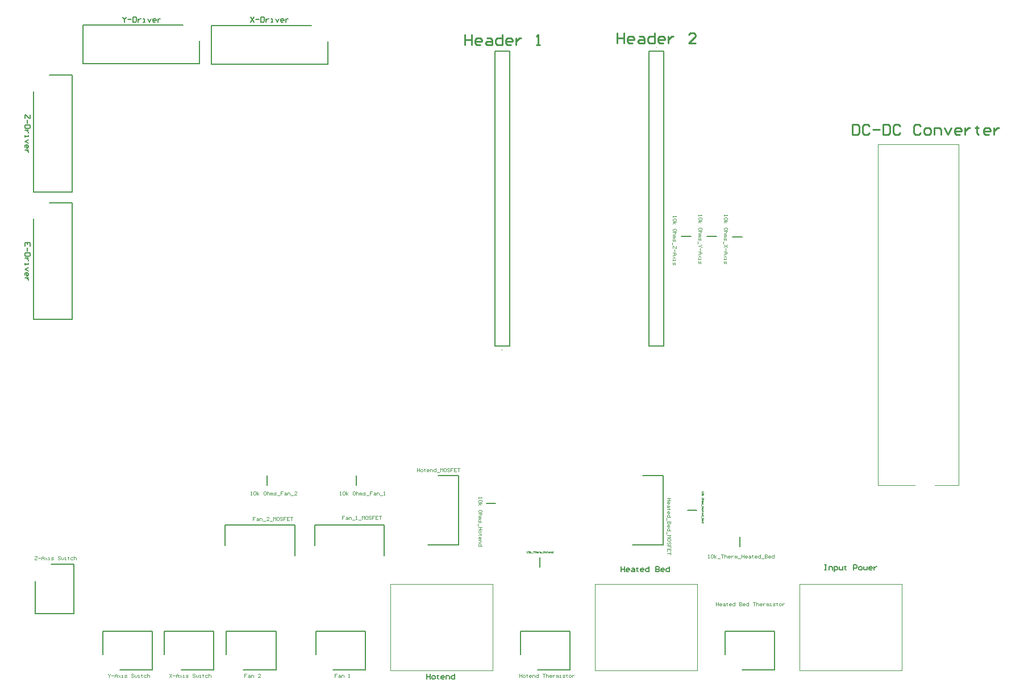
<source format=gto>
G04*
G04 #@! TF.GenerationSoftware,Altium Limited,Altium Designer,22.10.1 (41)*
G04*
G04 Layer_Color=65535*
%FSLAX44Y44*%
%MOMM*%
G71*
G04*
G04 #@! TF.SameCoordinates,1C1781D4-92CB-4499-AA76-0FF4777072F7*
G04*
G04*
G04 #@! TF.FilePolarity,Positive*
G04*
G01*
G75*
%ADD10C,0.1000*%
%ADD11C,0.2000*%
%ADD12C,0.0508*%
%ADD13C,0.1016*%
%ADD14C,0.1270*%
%ADD15C,0.2540*%
D10*
X979170Y760340D02*
G03*
X979170Y761340I0J500D01*
G01*
D02*
G03*
X979170Y760340I0J-500D01*
G01*
X1209040Y1212340D02*
G03*
X1209040Y1211340I0J-500D01*
G01*
D02*
G03*
X1209040Y1212340I0J500D01*
G01*
X1422400Y283550D02*
Y411550D01*
Y283550D02*
X1574800D01*
Y411550D01*
X1422400D02*
X1574800D01*
X812800Y283550D02*
Y411550D01*
Y283550D02*
X965200D01*
Y411550D01*
X812800D02*
X965200D01*
X1624090Y559560D02*
X1659090D01*
Y1067560D01*
X1539090D02*
X1659090D01*
X1539090Y559560D02*
Y1067560D01*
Y559560D02*
X1594090D01*
X1117600Y411550D02*
X1270000D01*
Y283550D02*
Y411550D01*
X1117600Y283550D02*
X1270000D01*
X1117600D02*
Y411550D01*
D11*
X1322690Y929640D02*
X1336690D01*
X1284590Y929880D02*
X1298590D01*
X1246490D02*
X1260490D01*
X883920Y573770D02*
X914120D01*
Y470170D02*
Y573770D01*
X868420Y470170D02*
X914120D01*
X955660Y532370D02*
X969660D01*
X1035050Y437500D02*
Y451500D01*
X1188720Y573770D02*
X1218920D01*
Y470170D02*
Y573770D01*
X1173220Y470170D02*
X1218920D01*
X1333500Y467980D02*
Y481980D01*
X1255380Y521970D02*
X1269380D01*
X628650Y559420D02*
Y573420D01*
X762240Y559420D02*
Y573420D01*
X700040Y469900D02*
Y500100D01*
X803640D01*
Y454400D02*
Y500100D01*
X566690Y469900D02*
Y500100D01*
X670290D01*
Y454400D02*
Y500100D01*
X1311040Y307340D02*
Y341340D01*
X1385040D01*
Y283840D02*
Y341340D01*
X1336440Y283840D02*
X1385040D01*
X1006240Y307340D02*
Y341340D01*
X1080240D01*
Y283840D02*
Y341340D01*
X1031640Y283840D02*
X1080240D01*
X568090Y307340D02*
Y341340D01*
X642090D01*
Y283840D02*
Y341340D01*
X593490Y283840D02*
X642090D01*
X701440Y307340D02*
Y341340D01*
X775440D01*
Y283840D02*
Y341340D01*
X726840Y283840D02*
X775440D01*
X500780D02*
X549380D01*
Y341340D01*
X475380D02*
X549380D01*
X475380Y307340D02*
Y341340D01*
X409340Y283840D02*
X457940D01*
Y341340D01*
X383940D02*
X457940D01*
X383940Y307340D02*
Y341340D01*
X283840Y367960D02*
Y416560D01*
Y367960D02*
X341340D01*
Y441960D01*
X307340D02*
X341340D01*
X304800Y980480D02*
X338800D01*
Y806480D02*
Y980480D01*
X281300Y806480D02*
X338800D01*
X281300D02*
Y955980D01*
X304800Y1170580D02*
X338800D01*
Y996580D02*
Y1170580D01*
X281300Y996580D02*
X338800D01*
X281300D02*
Y1146080D01*
X528360Y1187740D02*
Y1221740D01*
X354360Y1187740D02*
X528360D01*
X354360D02*
Y1245240D01*
X503860D01*
X719730Y1186470D02*
Y1220470D01*
X545730Y1186470D02*
X719730D01*
X545730D02*
Y1243970D01*
X695230D01*
X968170Y766340D02*
X990170D01*
X968170D02*
Y1206340D01*
X990170D01*
Y766340D02*
Y1206340D01*
X1198040D02*
X1220040D01*
Y766340D02*
Y1206340D01*
X1198040Y766340D02*
X1220040D01*
X1198040D02*
Y1206340D01*
D12*
X1015583Y458682D02*
X1016429D01*
X1016006D01*
Y461221D01*
X1015583Y460798D01*
X1017699D02*
X1018122Y461221D01*
X1018969D01*
X1019392Y460798D01*
Y459105D01*
X1018969Y458682D01*
X1018122D01*
X1017699Y459105D01*
Y460798D01*
X1020238Y458682D02*
Y461221D01*
Y459528D02*
X1021508Y460375D01*
X1020238Y459528D02*
X1021508Y458682D01*
X1022777Y458259D02*
X1024470D01*
X1025316Y461221D02*
X1027009D01*
X1026163D01*
Y458682D01*
X1027856Y461221D02*
Y458682D01*
Y459952D01*
X1029548D01*
Y461221D01*
Y458682D01*
X1031664D02*
X1030818D01*
X1030395Y459105D01*
Y459952D01*
X1030818Y460375D01*
X1031664D01*
X1032088Y459952D01*
Y459528D01*
X1030395D01*
X1032934Y460375D02*
Y458682D01*
Y459528D01*
X1033357Y459952D01*
X1033780Y460375D01*
X1034204D01*
X1035473Y458682D02*
Y460375D01*
X1035896D01*
X1036320Y459952D01*
Y458682D01*
Y459952D01*
X1036743Y460375D01*
X1037166Y459952D01*
Y458682D01*
X1038012Y458259D02*
X1039705D01*
X1040552Y461221D02*
Y458682D01*
Y459952D01*
X1042244D01*
Y461221D01*
Y458682D01*
X1043514D02*
X1044360D01*
X1044784Y459105D01*
Y459952D01*
X1044360Y460375D01*
X1043514D01*
X1043091Y459952D01*
Y459105D01*
X1043514Y458682D01*
X1046053Y460798D02*
Y460375D01*
X1045630D01*
X1046476D01*
X1046053D01*
Y459105D01*
X1046476Y458682D01*
X1049016D02*
X1048169D01*
X1047746Y459105D01*
Y459952D01*
X1048169Y460375D01*
X1049016D01*
X1049439Y459952D01*
Y459528D01*
X1047746D01*
X1050285Y458682D02*
Y460375D01*
X1051555D01*
X1051978Y459952D01*
Y458682D01*
X1054517Y461221D02*
Y458682D01*
X1053248D01*
X1052824Y459105D01*
Y459952D01*
X1053248Y460375D01*
X1054517D01*
X1276562Y550326D02*
Y549479D01*
Y549903D01*
X1279101D01*
X1278678Y550326D01*
Y548210D02*
X1279101Y547787D01*
Y546940D01*
X1278678Y546517D01*
X1276985D01*
X1276562Y546940D01*
Y547787D01*
X1276985Y548210D01*
X1278678D01*
X1276562Y545671D02*
X1279101D01*
X1277408D02*
X1278255Y544401D01*
X1277408Y545671D02*
X1276562Y544401D01*
X1279101Y539323D02*
Y540169D01*
X1278678Y540592D01*
X1276985D01*
X1276562Y540169D01*
Y539323D01*
X1276985Y538899D01*
X1278678D01*
X1279101Y539323D01*
Y538053D02*
X1276562D01*
X1277832D01*
X1278255Y537630D01*
Y536783D01*
X1277832Y536360D01*
X1276562D01*
Y535514D02*
X1278255D01*
Y535091D01*
X1277832Y534668D01*
X1276562D01*
X1277832D01*
X1278255Y534244D01*
X1277832Y533821D01*
X1276562D01*
Y532975D02*
Y531705D01*
X1276985Y531282D01*
X1277408Y531705D01*
Y532552D01*
X1277832Y532975D01*
X1278255Y532552D01*
Y531282D01*
X1276139Y530436D02*
Y528743D01*
X1279101Y527896D02*
X1276562D01*
X1277832D01*
Y526204D01*
X1279101D01*
X1276562D01*
Y524088D02*
Y524934D01*
X1276985Y525357D01*
X1277832D01*
X1278255Y524934D01*
Y524088D01*
X1277832Y523664D01*
X1277408D01*
Y525357D01*
X1278255Y522395D02*
Y521548D01*
X1277832Y521125D01*
X1276562D01*
Y522395D01*
X1276985Y522818D01*
X1277408Y522395D01*
Y521125D01*
X1278678Y519856D02*
X1278255D01*
Y520279D01*
Y519432D01*
Y519856D01*
X1276985D01*
X1276562Y519432D01*
Y516893D02*
Y517740D01*
X1276985Y518163D01*
X1277832D01*
X1278255Y517740D01*
Y516893D01*
X1277832Y516470D01*
X1277408D01*
Y518163D01*
X1279101Y513931D02*
X1276562D01*
Y515201D01*
X1276985Y515624D01*
X1277832D01*
X1278255Y515201D01*
Y513931D01*
X1276139Y513084D02*
Y511392D01*
X1279101Y510545D02*
X1276562D01*
Y509276D01*
X1276985Y508853D01*
X1277408D01*
X1277832Y509276D01*
Y510545D01*
Y509276D01*
X1278255Y508853D01*
X1278678D01*
X1279101Y509276D01*
Y510545D01*
X1276562Y506736D02*
Y507583D01*
X1276985Y508006D01*
X1277832D01*
X1278255Y507583D01*
Y506736D01*
X1277832Y506313D01*
X1277408D01*
Y508006D01*
X1279101Y503774D02*
X1276562D01*
Y505044D01*
X1276985Y505467D01*
X1277832D01*
X1278255Y505044D01*
Y503774D01*
D13*
X1285679Y451274D02*
X1287372D01*
X1286526D01*
Y456352D01*
X1285679Y455506D01*
X1289911D02*
X1290758Y456352D01*
X1292451D01*
X1293297Y455506D01*
Y452120D01*
X1292451Y451274D01*
X1290758D01*
X1289911Y452120D01*
Y455506D01*
X1294990Y451274D02*
Y456352D01*
Y452967D02*
X1297529Y454660D01*
X1294990Y452967D02*
X1297529Y451274D01*
X1300068Y450428D02*
X1303454D01*
X1305146Y456352D02*
X1308532D01*
X1306839D01*
Y451274D01*
X1310225Y456352D02*
Y451274D01*
Y453813D01*
X1311071Y454660D01*
X1312764D01*
X1313610Y453813D01*
Y451274D01*
X1317842D02*
X1316149D01*
X1315303Y452120D01*
Y453813D01*
X1316149Y454660D01*
X1317842D01*
X1318689Y453813D01*
Y452967D01*
X1315303D01*
X1320381Y454660D02*
Y451274D01*
Y452967D01*
X1321228Y453813D01*
X1322074Y454660D01*
X1322921D01*
X1325460Y451274D02*
Y454660D01*
X1326306D01*
X1327153Y453813D01*
Y451274D01*
Y453813D01*
X1327999Y454660D01*
X1328845Y453813D01*
Y451274D01*
X1330538Y450428D02*
X1333924D01*
X1335616Y456352D02*
Y451274D01*
Y453813D01*
X1339002D01*
Y456352D01*
Y451274D01*
X1343234D02*
X1341541D01*
X1340695Y452120D01*
Y453813D01*
X1341541Y454660D01*
X1343234D01*
X1344080Y453813D01*
Y452967D01*
X1340695D01*
X1346620Y454660D02*
X1348312D01*
X1349159Y453813D01*
Y451274D01*
X1346620D01*
X1345773Y452120D01*
X1346620Y452967D01*
X1349159D01*
X1351698Y455506D02*
Y454660D01*
X1350851D01*
X1352544D01*
X1351698D01*
Y452120D01*
X1352544Y451274D01*
X1357623D02*
X1355930D01*
X1355083Y452120D01*
Y453813D01*
X1355930Y454660D01*
X1357623D01*
X1358469Y453813D01*
Y452967D01*
X1355083D01*
X1363547Y456352D02*
Y451274D01*
X1361008D01*
X1360162Y452120D01*
Y453813D01*
X1361008Y454660D01*
X1363547D01*
X1365240Y450428D02*
X1368626D01*
X1370318Y456352D02*
Y451274D01*
X1372858D01*
X1373704Y452120D01*
Y452967D01*
X1372858Y453813D01*
X1370318D01*
X1372858D01*
X1373704Y454660D01*
Y455506D01*
X1372858Y456352D01*
X1370318D01*
X1377936Y451274D02*
X1376243D01*
X1375397Y452120D01*
Y453813D01*
X1376243Y454660D01*
X1377936D01*
X1378782Y453813D01*
Y452967D01*
X1375397D01*
X1383861Y456352D02*
Y451274D01*
X1381322D01*
X1380475Y452120D01*
Y453813D01*
X1381322Y454660D01*
X1383861D01*
X282797Y453389D02*
X286182D01*
Y452543D01*
X282797Y449157D01*
Y448311D01*
X286182D01*
X287875Y450850D02*
X291261D01*
X292953Y448311D02*
Y451696D01*
X294646Y453389D01*
X296339Y451696D01*
Y448311D01*
Y450850D01*
X292953D01*
X298032Y451696D02*
X301417Y448311D01*
X299725Y450004D01*
X301417Y451696D01*
X298032Y448311D01*
X303110D02*
X304803D01*
X303957D01*
Y451696D01*
X303110D01*
X307342Y448311D02*
X309881D01*
X310728Y449157D01*
X309881Y450004D01*
X308188D01*
X307342Y450850D01*
X308188Y451696D01*
X310728D01*
X320884Y452543D02*
X320038Y453389D01*
X318345D01*
X317499Y452543D01*
Y451696D01*
X318345Y450850D01*
X320038D01*
X320884Y450004D01*
Y449157D01*
X320038Y448311D01*
X318345D01*
X317499Y449157D01*
X322577Y451696D02*
Y449157D01*
X323424Y448311D01*
X324270Y449157D01*
X325116Y448311D01*
X325963Y449157D01*
Y451696D01*
X327655Y448311D02*
X329348D01*
X328502D01*
Y451696D01*
X327655D01*
X332734Y452543D02*
Y451696D01*
X331887D01*
X333580D01*
X332734D01*
Y449157D01*
X333580Y448311D01*
X339505Y451696D02*
X336966D01*
X336119Y450850D01*
Y449157D01*
X336966Y448311D01*
X339505D01*
X341198Y453389D02*
Y448311D01*
Y450850D01*
X342044Y451696D01*
X343737D01*
X344583Y450850D01*
Y448311D01*
X392017Y278129D02*
Y277283D01*
X393709Y275590D01*
X395402Y277283D01*
Y278129D01*
X393709Y275590D02*
Y273051D01*
X397095Y275590D02*
X400481D01*
X402173Y273051D02*
Y276436D01*
X403866Y278129D01*
X405559Y276436D01*
Y273051D01*
Y275590D01*
X402173D01*
X407252Y276436D02*
X410637Y273051D01*
X408945Y274744D01*
X410637Y276436D01*
X407252Y273051D01*
X412330D02*
X414023D01*
X413176D01*
Y276436D01*
X412330D01*
X416562Y273051D02*
X419101D01*
X419948Y273897D01*
X419101Y274744D01*
X417408D01*
X416562Y275590D01*
X417408Y276436D01*
X419948D01*
X430104Y277283D02*
X429258Y278129D01*
X427565D01*
X426719Y277283D01*
Y276436D01*
X427565Y275590D01*
X429258D01*
X430104Y274744D01*
Y273897D01*
X429258Y273051D01*
X427565D01*
X426719Y273897D01*
X431797Y276436D02*
Y273897D01*
X432644Y273051D01*
X433490Y273897D01*
X434336Y273051D01*
X435183Y273897D01*
Y276436D01*
X436875Y273051D02*
X438568D01*
X437722D01*
Y276436D01*
X436875D01*
X441954Y277283D02*
Y276436D01*
X441107D01*
X442800D01*
X441954D01*
Y273897D01*
X442800Y273051D01*
X448725Y276436D02*
X446186D01*
X445339Y275590D01*
Y273897D01*
X446186Y273051D01*
X448725D01*
X450418Y278129D02*
Y273051D01*
Y275590D01*
X451264Y276436D01*
X452957D01*
X453803Y275590D01*
Y273051D01*
X483457Y278129D02*
X486842Y273051D01*
Y278129D02*
X483457Y273051D01*
X488535Y275590D02*
X491921D01*
X493613Y273051D02*
Y276436D01*
X495306Y278129D01*
X496999Y276436D01*
Y273051D01*
Y275590D01*
X493613D01*
X498692Y276436D02*
X502077Y273051D01*
X500384Y274744D01*
X502077Y276436D01*
X498692Y273051D01*
X503770D02*
X505463D01*
X504617D01*
Y276436D01*
X503770D01*
X508002Y273051D02*
X510541D01*
X511388Y273897D01*
X510541Y274744D01*
X508848D01*
X508002Y275590D01*
X508848Y276436D01*
X511388D01*
X521544Y277283D02*
X520698Y278129D01*
X519005D01*
X518159Y277283D01*
Y276436D01*
X519005Y275590D01*
X520698D01*
X521544Y274744D01*
Y273897D01*
X520698Y273051D01*
X519005D01*
X518159Y273897D01*
X523237Y276436D02*
Y273897D01*
X524084Y273051D01*
X524930Y273897D01*
X525776Y273051D01*
X526623Y273897D01*
Y276436D01*
X528316Y273051D02*
X530008D01*
X529162D01*
Y276436D01*
X528316D01*
X533394Y277283D02*
Y276436D01*
X532547D01*
X534240D01*
X533394D01*
Y273897D01*
X534240Y273051D01*
X540165Y276436D02*
X537626D01*
X536779Y275590D01*
Y273897D01*
X537626Y273051D01*
X540165D01*
X541858Y278129D02*
Y273051D01*
Y275590D01*
X542704Y276436D01*
X544397D01*
X545243Y275590D01*
Y273051D01*
X1004583Y278129D02*
Y273051D01*
Y275590D01*
X1007969D01*
Y278129D01*
Y273051D01*
X1010508D02*
X1012201D01*
X1013047Y273897D01*
Y275590D01*
X1012201Y276436D01*
X1010508D01*
X1009661Y275590D01*
Y273897D01*
X1010508Y273051D01*
X1015586Y277283D02*
Y276436D01*
X1014740D01*
X1016433D01*
X1015586D01*
Y273897D01*
X1016433Y273051D01*
X1021511D02*
X1019818D01*
X1018972Y273897D01*
Y275590D01*
X1019818Y276436D01*
X1021511D01*
X1022357Y275590D01*
Y274744D01*
X1018972D01*
X1024050Y273051D02*
Y276436D01*
X1026589D01*
X1027436Y275590D01*
Y273051D01*
X1032514Y278129D02*
Y273051D01*
X1029975D01*
X1029128Y273897D01*
Y275590D01*
X1029975Y276436D01*
X1032514D01*
X1039285Y278129D02*
X1042671D01*
X1040978D01*
Y273051D01*
X1044364Y278129D02*
Y273051D01*
Y275590D01*
X1045210Y276436D01*
X1046903D01*
X1047749Y275590D01*
Y273051D01*
X1051981D02*
X1050288D01*
X1049442Y273897D01*
Y275590D01*
X1050288Y276436D01*
X1051981D01*
X1052828Y275590D01*
Y274744D01*
X1049442D01*
X1054520Y276436D02*
Y273051D01*
Y274744D01*
X1055367Y275590D01*
X1056213Y276436D01*
X1057059D01*
X1059599Y273051D02*
Y276436D01*
X1060445D01*
X1061291Y275590D01*
Y273051D01*
Y275590D01*
X1062138Y276436D01*
X1062984Y275590D01*
Y273051D01*
X1064677D02*
X1066370D01*
X1065523D01*
Y276436D01*
X1064677D01*
X1068909Y273051D02*
X1071448D01*
X1072294Y273897D01*
X1071448Y274744D01*
X1069755D01*
X1068909Y275590D01*
X1069755Y276436D01*
X1072294D01*
X1074834Y277283D02*
Y276436D01*
X1073987D01*
X1075680D01*
X1074834D01*
Y273897D01*
X1075680Y273051D01*
X1079066D02*
X1080759D01*
X1081605Y273897D01*
Y275590D01*
X1080759Y276436D01*
X1079066D01*
X1078219Y275590D01*
Y273897D01*
X1079066Y273051D01*
X1083298Y276436D02*
Y273051D01*
Y274744D01*
X1084144Y275590D01*
X1084990Y276436D01*
X1085837D01*
X852180Y584622D02*
Y579544D01*
Y582083D01*
X855566D01*
Y584622D01*
Y579544D01*
X858105D02*
X859798D01*
X860644Y580390D01*
Y582083D01*
X859798Y582930D01*
X858105D01*
X857259Y582083D01*
Y580390D01*
X858105Y579544D01*
X863183Y583776D02*
Y582930D01*
X862337D01*
X864030D01*
X863183D01*
Y580390D01*
X864030Y579544D01*
X869108D02*
X867415D01*
X866569Y580390D01*
Y582083D01*
X867415Y582930D01*
X869108D01*
X869955Y582083D01*
Y581237D01*
X866569D01*
X871647Y579544D02*
Y582930D01*
X874186D01*
X875033Y582083D01*
Y579544D01*
X880111Y584622D02*
Y579544D01*
X877572D01*
X876726Y580390D01*
Y582083D01*
X877572Y582930D01*
X880111D01*
X881804Y578698D02*
X885190D01*
X886882Y579544D02*
Y584622D01*
X888575Y582930D01*
X890268Y584622D01*
Y579544D01*
X894500Y584622D02*
X892807D01*
X891961Y583776D01*
Y580390D01*
X892807Y579544D01*
X894500D01*
X895346Y580390D01*
Y583776D01*
X894500Y584622D01*
X900425Y583776D02*
X899578Y584622D01*
X897886D01*
X897039Y583776D01*
Y582930D01*
X897886Y582083D01*
X899578D01*
X900425Y581237D01*
Y580390D01*
X899578Y579544D01*
X897886D01*
X897039Y580390D01*
X905503Y584622D02*
X902117D01*
Y582083D01*
X903810D01*
X902117D01*
Y579544D01*
X910581Y584622D02*
X907196D01*
Y579544D01*
X910581D01*
X907196Y582083D02*
X908889D01*
X912274Y584622D02*
X915660D01*
X913967D01*
Y579544D01*
X1297957Y384809D02*
Y379731D01*
Y382270D01*
X1301342D01*
Y384809D01*
Y379731D01*
X1305574D02*
X1303881D01*
X1303035Y380577D01*
Y382270D01*
X1303881Y383116D01*
X1305574D01*
X1306420Y382270D01*
Y381424D01*
X1303035D01*
X1308960Y383116D02*
X1310652D01*
X1311499Y382270D01*
Y379731D01*
X1308960D01*
X1308113Y380577D01*
X1308960Y381424D01*
X1311499D01*
X1314038Y383963D02*
Y383116D01*
X1313192D01*
X1314884D01*
X1314038D01*
Y380577D01*
X1314884Y379731D01*
X1319963D02*
X1318270D01*
X1317424Y380577D01*
Y382270D01*
X1318270Y383116D01*
X1319963D01*
X1320809Y382270D01*
Y381424D01*
X1317424D01*
X1325887Y384809D02*
Y379731D01*
X1323348D01*
X1322502Y380577D01*
Y382270D01*
X1323348Y383116D01*
X1325887D01*
X1332659Y384809D02*
Y379731D01*
X1335198D01*
X1336044Y380577D01*
Y381424D01*
X1335198Y382270D01*
X1332659D01*
X1335198D01*
X1336044Y383116D01*
Y383963D01*
X1335198Y384809D01*
X1332659D01*
X1340276Y379731D02*
X1338583D01*
X1337737Y380577D01*
Y382270D01*
X1338583Y383116D01*
X1340276D01*
X1341122Y382270D01*
Y381424D01*
X1337737D01*
X1346201Y384809D02*
Y379731D01*
X1343662D01*
X1342815Y380577D01*
Y382270D01*
X1343662Y383116D01*
X1346201D01*
X1352972Y384809D02*
X1356358D01*
X1354665D01*
Y379731D01*
X1358050Y384809D02*
Y379731D01*
Y382270D01*
X1358897Y383116D01*
X1360589D01*
X1361436Y382270D01*
Y379731D01*
X1365668D02*
X1363975D01*
X1363129Y380577D01*
Y382270D01*
X1363975Y383116D01*
X1365668D01*
X1366514Y382270D01*
Y381424D01*
X1363129D01*
X1368207Y383116D02*
Y379731D01*
Y381424D01*
X1369053Y382270D01*
X1369900Y383116D01*
X1370746D01*
X1373285Y379731D02*
Y383116D01*
X1374132D01*
X1374978Y382270D01*
Y379731D01*
Y382270D01*
X1375824Y383116D01*
X1376671Y382270D01*
Y379731D01*
X1378364D02*
X1380056D01*
X1379210D01*
Y383116D01*
X1378364D01*
X1382596Y379731D02*
X1385135D01*
X1385981Y380577D01*
X1385135Y381424D01*
X1383442D01*
X1382596Y382270D01*
X1383442Y383116D01*
X1385981D01*
X1388520Y383963D02*
Y383116D01*
X1387674D01*
X1389367D01*
X1388520D01*
Y380577D01*
X1389367Y379731D01*
X1392752D02*
X1394445D01*
X1395291Y380577D01*
Y382270D01*
X1394445Y383116D01*
X1392752D01*
X1391906Y382270D01*
Y380577D01*
X1392752Y379731D01*
X1396984Y383116D02*
Y379731D01*
Y381424D01*
X1397831Y382270D01*
X1398677Y383116D01*
X1399523D01*
X1229782Y539736D02*
X1224704D01*
X1227243D01*
Y536351D01*
X1229782D01*
X1224704D01*
Y532119D02*
Y533812D01*
X1225550Y534658D01*
X1227243D01*
X1228090Y533812D01*
Y532119D01*
X1227243Y531272D01*
X1226397D01*
Y534658D01*
X1228090Y528733D02*
Y527040D01*
X1227243Y526194D01*
X1224704D01*
Y528733D01*
X1225550Y529580D01*
X1226397Y528733D01*
Y526194D01*
X1228936Y523655D02*
X1228090D01*
Y524501D01*
Y522808D01*
Y523655D01*
X1225550D01*
X1224704Y522808D01*
Y517730D02*
Y519423D01*
X1225550Y520269D01*
X1227243D01*
X1228090Y519423D01*
Y517730D01*
X1227243Y516884D01*
X1226397D01*
Y520269D01*
X1229782Y511805D02*
X1224704D01*
Y514345D01*
X1225550Y515191D01*
X1227243D01*
X1228090Y514345D01*
Y511805D01*
X1223858Y510113D02*
Y506727D01*
X1229782Y505034D02*
X1224704D01*
Y502495D01*
X1225550Y501649D01*
X1226397D01*
X1227243Y502495D01*
Y505034D01*
Y502495D01*
X1228090Y501649D01*
X1228936D01*
X1229782Y502495D01*
Y505034D01*
X1224704Y497417D02*
Y499109D01*
X1225550Y499956D01*
X1227243D01*
X1228090Y499109D01*
Y497417D01*
X1227243Y496570D01*
X1226397D01*
Y499956D01*
X1229782Y491492D02*
X1224704D01*
Y494031D01*
X1225550Y494878D01*
X1227243D01*
X1228090Y494031D01*
Y491492D01*
X1223858Y489799D02*
Y486414D01*
X1224704Y484721D02*
X1229782D01*
X1228090Y483028D01*
X1229782Y481335D01*
X1224704D01*
X1229782Y477103D02*
Y478796D01*
X1228936Y479643D01*
X1225550D01*
X1224704Y478796D01*
Y477103D01*
X1225550Y476257D01*
X1228936D01*
X1229782Y477103D01*
X1228936Y471179D02*
X1229782Y472025D01*
Y473718D01*
X1228936Y474564D01*
X1228090D01*
X1227243Y473718D01*
Y472025D01*
X1226397Y471179D01*
X1225550D01*
X1224704Y472025D01*
Y473718D01*
X1225550Y474564D01*
X1229782Y466100D02*
Y469486D01*
X1227243D01*
Y467793D01*
Y469486D01*
X1224704D01*
X1229782Y461022D02*
Y464408D01*
X1224704D01*
Y461022D01*
X1227243Y464408D02*
Y462715D01*
X1229782Y459329D02*
Y455944D01*
Y457636D01*
X1224704D01*
X611302Y512232D02*
X607916D01*
Y509693D01*
X609609D01*
X607916D01*
Y507154D01*
X613841Y510540D02*
X615534D01*
X616380Y509693D01*
Y507154D01*
X613841D01*
X612995Y508000D01*
X613841Y508847D01*
X616380D01*
X618073Y507154D02*
Y510540D01*
X620612D01*
X621459Y509693D01*
Y507154D01*
X623151Y506308D02*
X626537D01*
X631615Y507154D02*
X628230D01*
X631615Y510540D01*
Y511386D01*
X630769Y512232D01*
X629076D01*
X628230Y511386D01*
X633308Y506308D02*
X636694D01*
X638386Y507154D02*
Y512232D01*
X640079Y510540D01*
X641772Y512232D01*
Y507154D01*
X646004Y512232D02*
X644311D01*
X643465Y511386D01*
Y508000D01*
X644311Y507154D01*
X646004D01*
X646850Y508000D01*
Y511386D01*
X646004Y512232D01*
X651929Y511386D02*
X651082Y512232D01*
X649389D01*
X648543Y511386D01*
Y510540D01*
X649389Y509693D01*
X651082D01*
X651929Y508847D01*
Y508000D01*
X651082Y507154D01*
X649389D01*
X648543Y508000D01*
X657007Y512232D02*
X653622D01*
Y509693D01*
X655314D01*
X653622D01*
Y507154D01*
X662085Y512232D02*
X658700D01*
Y507154D01*
X662085D01*
X658700Y509693D02*
X660393D01*
X663778Y512232D02*
X667164D01*
X665471D01*
Y507154D01*
X743805Y513502D02*
X740419D01*
Y510963D01*
X742112D01*
X740419D01*
Y508424D01*
X746344Y511810D02*
X748037D01*
X748883Y510963D01*
Y508424D01*
X746344D01*
X745498Y509270D01*
X746344Y510117D01*
X748883D01*
X750576Y508424D02*
Y511810D01*
X753115D01*
X753962Y510963D01*
Y508424D01*
X755655Y507578D02*
X759040D01*
X760733Y508424D02*
X762426D01*
X761579D01*
Y513502D01*
X760733Y512656D01*
X764965Y507578D02*
X768350D01*
X770043Y508424D02*
Y513502D01*
X771736Y511810D01*
X773429Y513502D01*
Y508424D01*
X777661Y513502D02*
X775968D01*
X775122Y512656D01*
Y509270D01*
X775968Y508424D01*
X777661D01*
X778507Y509270D01*
Y512656D01*
X777661Y513502D01*
X783586Y512656D02*
X782739Y513502D01*
X781046D01*
X780200Y512656D01*
Y511810D01*
X781046Y510963D01*
X782739D01*
X783586Y510117D01*
Y509270D01*
X782739Y508424D01*
X781046D01*
X780200Y509270D01*
X788664Y513502D02*
X785278D01*
Y510963D01*
X786971D01*
X785278D01*
Y508424D01*
X793742Y513502D02*
X790357D01*
Y508424D01*
X793742D01*
X790357Y510963D02*
X792049D01*
X795435Y513502D02*
X798820D01*
X797128D01*
Y508424D01*
X598596Y278129D02*
X595210D01*
Y275590D01*
X596903D01*
X595210D01*
Y273051D01*
X601135Y276436D02*
X602828D01*
X603674Y275590D01*
Y273051D01*
X601135D01*
X600289Y273897D01*
X601135Y274744D01*
X603674D01*
X605367Y273051D02*
Y276436D01*
X607906D01*
X608753Y275590D01*
Y273051D01*
X618909D02*
X615524D01*
X618909Y276436D01*
Y277283D01*
X618063Y278129D01*
X616370D01*
X615524Y277283D01*
X732793Y278129D02*
X729407D01*
Y275590D01*
X731100D01*
X729407D01*
Y273051D01*
X735332Y276436D02*
X737025D01*
X737871Y275590D01*
Y273051D01*
X735332D01*
X734485Y273897D01*
X735332Y274744D01*
X737871D01*
X739564Y273051D02*
Y276436D01*
X742103D01*
X742949Y275590D01*
Y273051D01*
X749720D02*
X751413D01*
X750567D01*
Y278129D01*
X749720Y277283D01*
X1233594Y960955D02*
Y959262D01*
Y960108D01*
X1238672D01*
X1237826Y960955D01*
Y956723D02*
X1238672Y955876D01*
Y954184D01*
X1237826Y953337D01*
X1234440D01*
X1233594Y954184D01*
Y955876D01*
X1234440Y956723D01*
X1237826D01*
X1233594Y951645D02*
X1238672D01*
X1235287D02*
X1236980Y949105D01*
X1235287Y951645D02*
X1233594Y949105D01*
X1238672Y938949D02*
Y940641D01*
X1237826Y941488D01*
X1234440D01*
X1233594Y940641D01*
Y938949D01*
X1234440Y938102D01*
X1237826D01*
X1238672Y938949D01*
Y936410D02*
X1233594D01*
X1236133D01*
X1236980Y935563D01*
Y933870D01*
X1236133Y933024D01*
X1233594D01*
Y931331D02*
X1236980D01*
Y930485D01*
X1236133Y929638D01*
X1233594D01*
X1236133D01*
X1236980Y928792D01*
X1236133Y927945D01*
X1233594D01*
Y926253D02*
Y923714D01*
X1234440Y922867D01*
X1235287Y923714D01*
Y925406D01*
X1236133Y926253D01*
X1236980Y925406D01*
Y922867D01*
X1232748Y921174D02*
Y917789D01*
X1238672Y916096D02*
Y912710D01*
X1237826D01*
X1234440Y916096D01*
X1233594D01*
Y912710D01*
X1236133Y911018D02*
Y907632D01*
X1233594Y905939D02*
X1236980D01*
X1238672Y904247D01*
X1236980Y902554D01*
X1233594D01*
X1236133D01*
Y905939D01*
X1236980Y900861D02*
X1233594Y897475D01*
X1235287Y899168D01*
X1236980Y897475D01*
X1233594Y900861D01*
Y895783D02*
Y894090D01*
Y894936D01*
X1236980D01*
Y895783D01*
X1233594Y891551D02*
Y889012D01*
X1234440Y888165D01*
X1235287Y889012D01*
Y890704D01*
X1236133Y891551D01*
X1236980Y890704D01*
Y888165D01*
X1271694Y962225D02*
Y960532D01*
Y961378D01*
X1276772D01*
X1275926Y962225D01*
Y957993D02*
X1276772Y957146D01*
Y955454D01*
X1275926Y954607D01*
X1272540D01*
X1271694Y955454D01*
Y957146D01*
X1272540Y957993D01*
X1275926D01*
X1271694Y952915D02*
X1276772D01*
X1273387D02*
X1275080Y950375D01*
X1273387Y952915D02*
X1271694Y950375D01*
X1276772Y940219D02*
Y941911D01*
X1275926Y942758D01*
X1272540D01*
X1271694Y941911D01*
Y940219D01*
X1272540Y939372D01*
X1275926D01*
X1276772Y940219D01*
Y937680D02*
X1271694D01*
X1274233D01*
X1275080Y936833D01*
Y935140D01*
X1274233Y934294D01*
X1271694D01*
Y932601D02*
X1275080D01*
Y931755D01*
X1274233Y930908D01*
X1271694D01*
X1274233D01*
X1275080Y930062D01*
X1274233Y929215D01*
X1271694D01*
Y927523D02*
Y924984D01*
X1272540Y924137D01*
X1273387Y924984D01*
Y926676D01*
X1274233Y927523D01*
X1275080Y926676D01*
Y924137D01*
X1270848Y922444D02*
Y919059D01*
X1276772Y917366D02*
X1275926D01*
X1274233Y915673D01*
X1275926Y913980D01*
X1276772D01*
X1274233Y915673D02*
X1271694D01*
X1274233Y912288D02*
Y908902D01*
X1271694Y907209D02*
X1275080D01*
X1276772Y905517D01*
X1275080Y903824D01*
X1271694D01*
X1274233D01*
Y907209D01*
X1275080Y902131D02*
X1271694Y898745D01*
X1273387Y900438D01*
X1275080Y898745D01*
X1271694Y902131D01*
Y897053D02*
Y895360D01*
Y896206D01*
X1275080D01*
Y897053D01*
X1271694Y892821D02*
Y890282D01*
X1272540Y889435D01*
X1273387Y890282D01*
Y891974D01*
X1274233Y892821D01*
X1275080Y891974D01*
Y889435D01*
X1309794Y962225D02*
Y960532D01*
Y961378D01*
X1314872D01*
X1314026Y962225D01*
Y957993D02*
X1314872Y957146D01*
Y955454D01*
X1314026Y954607D01*
X1310640D01*
X1309794Y955454D01*
Y957146D01*
X1310640Y957993D01*
X1314026D01*
X1309794Y952915D02*
X1314872D01*
X1311487D02*
X1313180Y950375D01*
X1311487Y952915D02*
X1309794Y950375D01*
X1314872Y940219D02*
Y941911D01*
X1314026Y942758D01*
X1310640D01*
X1309794Y941911D01*
Y940219D01*
X1310640Y939372D01*
X1314026D01*
X1314872Y940219D01*
Y937680D02*
X1309794D01*
X1312333D01*
X1313180Y936833D01*
Y935140D01*
X1312333Y934294D01*
X1309794D01*
Y932601D02*
X1313180D01*
Y931755D01*
X1312333Y930908D01*
X1309794D01*
X1312333D01*
X1313180Y930062D01*
X1312333Y929215D01*
X1309794D01*
Y927523D02*
Y924984D01*
X1310640Y924137D01*
X1311487Y924984D01*
Y926676D01*
X1312333Y927523D01*
X1313180Y926676D01*
Y924137D01*
X1308948Y922444D02*
Y919059D01*
X1314872Y917366D02*
X1309794Y913980D01*
X1314872D02*
X1309794Y917366D01*
X1312333Y912288D02*
Y908902D01*
X1309794Y907209D02*
X1313180D01*
X1314872Y905517D01*
X1313180Y903824D01*
X1309794D01*
X1312333D01*
Y907209D01*
X1313180Y902131D02*
X1309794Y898745D01*
X1311487Y900438D01*
X1313180Y898745D01*
X1309794Y902131D01*
Y897053D02*
Y895360D01*
Y896206D01*
X1313180D01*
Y897053D01*
X1309794Y892821D02*
Y890282D01*
X1310640Y889435D01*
X1311487Y890282D01*
Y891974D01*
X1312333Y892821D01*
X1313180Y891974D01*
Y889435D01*
X944034Y541855D02*
Y540162D01*
Y541008D01*
X949112D01*
X948266Y541855D01*
Y537623D02*
X949112Y536776D01*
Y535084D01*
X948266Y534237D01*
X944880D01*
X944034Y535084D01*
Y536776D01*
X944880Y537623D01*
X948266D01*
X944034Y532545D02*
X949112D01*
X945727D02*
X947420Y530005D01*
X945727Y532545D02*
X944034Y530005D01*
X949112Y519849D02*
Y521541D01*
X948266Y522388D01*
X944880D01*
X944034Y521541D01*
Y519849D01*
X944880Y519002D01*
X948266D01*
X949112Y519849D01*
Y517309D02*
X944034D01*
X946573D01*
X947420Y516463D01*
Y514770D01*
X946573Y513924D01*
X944034D01*
Y512231D02*
X947420D01*
Y511385D01*
X946573Y510538D01*
X944034D01*
X946573D01*
X947420Y509692D01*
X946573Y508845D01*
X944034D01*
Y507153D02*
Y504614D01*
X944880Y503767D01*
X945727Y504614D01*
Y506306D01*
X946573Y507153D01*
X947420Y506306D01*
Y503767D01*
X943188Y502074D02*
Y498689D01*
X949112Y496996D02*
X944034D01*
X946573D01*
Y493610D01*
X949112D01*
X944034D01*
Y491071D02*
Y489379D01*
X944880Y488532D01*
X946573D01*
X947420Y489379D01*
Y491071D01*
X946573Y491918D01*
X944880D01*
X944034Y491071D01*
X948266Y485993D02*
X947420D01*
Y486839D01*
Y485147D01*
Y485993D01*
X944880D01*
X944034Y485147D01*
Y480068D02*
Y481761D01*
X944880Y482607D01*
X946573D01*
X947420Y481761D01*
Y480068D01*
X946573Y479222D01*
X945727D01*
Y482607D01*
X944034Y477529D02*
X947420D01*
Y474990D01*
X946573Y474143D01*
X944034D01*
X949112Y469065D02*
X944034D01*
Y471604D01*
X944880Y472451D01*
X946573D01*
X947420Y471604D01*
Y469065D01*
X604531Y545254D02*
X606224D01*
X605378D01*
Y550332D01*
X604531Y549486D01*
X608763D02*
X609609Y550332D01*
X611302D01*
X612149Y549486D01*
Y546100D01*
X611302Y545254D01*
X609609D01*
X608763Y546100D01*
Y549486D01*
X613842Y545254D02*
Y550332D01*
Y546947D02*
X616381Y548640D01*
X613842Y546947D02*
X616381Y545254D01*
X626537Y550332D02*
X624845D01*
X623998Y549486D01*
Y546100D01*
X624845Y545254D01*
X626537D01*
X627384Y546100D01*
Y549486D01*
X626537Y550332D01*
X629076D02*
Y545254D01*
Y547793D01*
X629923Y548640D01*
X631616D01*
X632462Y547793D01*
Y545254D01*
X634155D02*
Y548640D01*
X635001D01*
X635848Y547793D01*
Y545254D01*
Y547793D01*
X636694Y548640D01*
X637540Y547793D01*
Y545254D01*
X639233D02*
X641772D01*
X642619Y546100D01*
X641772Y546947D01*
X640080D01*
X639233Y547793D01*
X640080Y548640D01*
X642619D01*
X644312Y544408D02*
X647697D01*
X652775Y550332D02*
X649390D01*
Y547793D01*
X651083D01*
X649390D01*
Y545254D01*
X655315Y548640D02*
X657007D01*
X657854Y547793D01*
Y545254D01*
X655315D01*
X654468Y546100D01*
X655315Y546947D01*
X657854D01*
X659547Y545254D02*
Y548640D01*
X662086D01*
X662932Y547793D01*
Y545254D01*
X664625Y544408D02*
X668010D01*
X673089Y545254D02*
X669703D01*
X673089Y548640D01*
Y549486D01*
X672243Y550332D01*
X670550D01*
X669703Y549486D01*
X737458Y545254D02*
X739150D01*
X738304D01*
Y550332D01*
X737458Y549486D01*
X741690D02*
X742536Y550332D01*
X744229D01*
X745075Y549486D01*
Y546100D01*
X744229Y545254D01*
X742536D01*
X741690Y546100D01*
Y549486D01*
X746768Y545254D02*
Y550332D01*
Y546947D02*
X749307Y548640D01*
X746768Y546947D02*
X749307Y545254D01*
X759464Y550332D02*
X757771D01*
X756925Y549486D01*
Y546100D01*
X757771Y545254D01*
X759464D01*
X760310Y546100D01*
Y549486D01*
X759464Y550332D01*
X762003D02*
Y545254D01*
Y547793D01*
X762849Y548640D01*
X764542D01*
X765388Y547793D01*
Y545254D01*
X767081D02*
Y548640D01*
X767928D01*
X768774Y547793D01*
Y545254D01*
Y547793D01*
X769620Y548640D01*
X770467Y547793D01*
Y545254D01*
X772160D02*
X774699D01*
X775545Y546100D01*
X774699Y546947D01*
X773006D01*
X772160Y547793D01*
X773006Y548640D01*
X775545D01*
X777238Y544408D02*
X780623D01*
X785702Y550332D02*
X782316D01*
Y547793D01*
X784009D01*
X782316D01*
Y545254D01*
X788241Y548640D02*
X789934D01*
X790780Y547793D01*
Y545254D01*
X788241D01*
X787395Y546100D01*
X788241Y546947D01*
X790780D01*
X792473Y545254D02*
Y548640D01*
X795012D01*
X795859Y547793D01*
Y545254D01*
X797551Y544408D02*
X800937D01*
X802630Y545254D02*
X804323D01*
X803476D01*
Y550332D01*
X802630Y549486D01*
D14*
X275589Y915663D02*
Y920741D01*
X267971D01*
Y915663D01*
X271780Y920741D02*
Y918202D01*
Y913123D02*
Y908045D01*
X275589Y905506D02*
X267971D01*
Y901697D01*
X269241Y900427D01*
X274319D01*
X275589Y901697D01*
Y905506D01*
X273050Y897888D02*
X267971D01*
X270510D01*
X271780Y896619D01*
X273050Y895349D01*
Y894080D01*
X267971Y890271D02*
Y887732D01*
Y889001D01*
X273050D01*
Y890271D01*
Y883923D02*
X267971Y881384D01*
X273050Y878845D01*
X267971Y872497D02*
Y875036D01*
X269241Y876305D01*
X271780D01*
X273050Y875036D01*
Y872497D01*
X271780Y871227D01*
X270510D01*
Y876305D01*
X273050Y868688D02*
X267971D01*
X270510D01*
X271780Y867418D01*
X273050Y866149D01*
Y864879D01*
X604529Y1257299D02*
X609607Y1249681D01*
Y1257299D02*
X604529Y1249681D01*
X612147Y1253490D02*
X617225D01*
X619764Y1257299D02*
Y1249681D01*
X623573D01*
X624842Y1250951D01*
Y1256029D01*
X623573Y1257299D01*
X619764D01*
X627382Y1254760D02*
Y1249681D01*
Y1252220D01*
X628651Y1253490D01*
X629921Y1254760D01*
X631190D01*
X634999Y1249681D02*
X637538D01*
X636269D01*
Y1254760D01*
X634999D01*
X641347D02*
X643886Y1249681D01*
X646425Y1254760D01*
X652773Y1249681D02*
X650234D01*
X648965Y1250951D01*
Y1253490D01*
X650234Y1254760D01*
X652773D01*
X654043Y1253490D01*
Y1252220D01*
X648965D01*
X656582Y1254760D02*
Y1249681D01*
Y1252220D01*
X657852Y1253490D01*
X659121Y1254760D01*
X660391D01*
X414029Y1257299D02*
Y1256029D01*
X416568Y1253490D01*
X419107Y1256029D01*
Y1257299D01*
X416568Y1253490D02*
Y1249681D01*
X421647Y1253490D02*
X426725D01*
X429264Y1257299D02*
Y1249681D01*
X433073D01*
X434342Y1250951D01*
Y1256029D01*
X433073Y1257299D01*
X429264D01*
X436882Y1254760D02*
Y1249681D01*
Y1252220D01*
X438151Y1253490D01*
X439421Y1254760D01*
X440690D01*
X444499Y1249681D02*
X447038D01*
X445769D01*
Y1254760D01*
X444499D01*
X450847D02*
X453386Y1249681D01*
X455925Y1254760D01*
X462273Y1249681D02*
X459734D01*
X458465Y1250951D01*
Y1253490D01*
X459734Y1254760D01*
X462273D01*
X463543Y1253490D01*
Y1252220D01*
X458465D01*
X466082Y1254760D02*
Y1249681D01*
Y1252220D01*
X467352Y1253490D01*
X468621Y1254760D01*
X469891D01*
X275589Y1111241D02*
Y1106163D01*
X274319D01*
X269241Y1111241D01*
X267971D01*
Y1106163D01*
X271780Y1103623D02*
Y1098545D01*
X275589Y1096006D02*
X267971D01*
Y1092197D01*
X269241Y1090928D01*
X274319D01*
X275589Y1092197D01*
Y1096006D01*
X273050Y1088388D02*
X267971D01*
X270510D01*
X271780Y1087119D01*
X273050Y1085849D01*
Y1084580D01*
X267971Y1080771D02*
Y1078232D01*
Y1079501D01*
X273050D01*
Y1080771D01*
Y1074423D02*
X267971Y1071884D01*
X273050Y1069344D01*
X267971Y1062997D02*
Y1065536D01*
X269241Y1066805D01*
X271780D01*
X273050Y1065536D01*
Y1062997D01*
X271780Y1061727D01*
X270510D01*
Y1066805D01*
X273050Y1059188D02*
X267971D01*
X270510D01*
X271780Y1057918D01*
X273050Y1056649D01*
Y1055379D01*
X1459877Y440688D02*
X1462417D01*
X1461147D01*
Y433071D01*
X1459877D01*
X1462417D01*
X1466225D02*
Y438149D01*
X1470034D01*
X1471304Y436880D01*
Y433071D01*
X1473843Y430532D02*
Y438149D01*
X1477652D01*
X1478921Y436880D01*
Y434340D01*
X1477652Y433071D01*
X1473843D01*
X1481461Y438149D02*
Y434340D01*
X1482730Y433071D01*
X1486539D01*
Y438149D01*
X1490348Y439419D02*
Y438149D01*
X1489078D01*
X1491617D01*
X1490348D01*
Y434340D01*
X1491617Y433071D01*
X1503044D02*
Y440688D01*
X1506852D01*
X1508122Y439419D01*
Y436880D01*
X1506852Y435610D01*
X1503044D01*
X1511931Y433071D02*
X1514470D01*
X1515739Y434340D01*
Y436880D01*
X1514470Y438149D01*
X1511931D01*
X1510661Y436880D01*
Y434340D01*
X1511931Y433071D01*
X1518279Y438149D02*
Y434340D01*
X1519548Y433071D01*
X1520818Y434340D01*
X1522087Y433071D01*
X1523357Y434340D01*
Y438149D01*
X1529705Y433071D02*
X1527166D01*
X1525896Y434340D01*
Y436880D01*
X1527166Y438149D01*
X1529705D01*
X1530974Y436880D01*
Y435610D01*
X1525896D01*
X1533514Y438149D02*
Y433071D01*
Y435610D01*
X1534783Y436880D01*
X1536053Y438149D01*
X1537323D01*
X866782Y278129D02*
Y270511D01*
Y274320D01*
X871860D01*
Y278129D01*
Y270511D01*
X875669D02*
X878208D01*
X879478Y271781D01*
Y274320D01*
X878208Y275590D01*
X875669D01*
X874399Y274320D01*
Y271781D01*
X875669Y270511D01*
X883286Y276859D02*
Y275590D01*
X882017D01*
X884556D01*
X883286D01*
Y271781D01*
X884556Y270511D01*
X892174D02*
X889634D01*
X888365Y271781D01*
Y274320D01*
X889634Y275590D01*
X892174D01*
X893443Y274320D01*
Y273050D01*
X888365D01*
X895982Y270511D02*
Y275590D01*
X899791D01*
X901061Y274320D01*
Y270511D01*
X908678Y278129D02*
Y270511D01*
X904870D01*
X903600Y271781D01*
Y274320D01*
X904870Y275590D01*
X908678D01*
X1156347Y438149D02*
Y430531D01*
Y434340D01*
X1161425D01*
Y438149D01*
Y430531D01*
X1167773D02*
X1165234D01*
X1163964Y431801D01*
Y434340D01*
X1165234Y435610D01*
X1167773D01*
X1169043Y434340D01*
Y433070D01*
X1163964D01*
X1172851Y435610D02*
X1175391D01*
X1176660Y434340D01*
Y430531D01*
X1172851D01*
X1171582Y431801D01*
X1172851Y433070D01*
X1176660D01*
X1180469Y436879D02*
Y435610D01*
X1179199D01*
X1181739D01*
X1180469D01*
Y431801D01*
X1181739Y430531D01*
X1189356D02*
X1186817D01*
X1185547Y431801D01*
Y434340D01*
X1186817Y435610D01*
X1189356D01*
X1190626Y434340D01*
Y433070D01*
X1185547D01*
X1198243Y438149D02*
Y430531D01*
X1194434D01*
X1193165Y431801D01*
Y434340D01*
X1194434Y435610D01*
X1198243D01*
X1208400Y438149D02*
Y430531D01*
X1212209D01*
X1213478Y431801D01*
Y433070D01*
X1212209Y434340D01*
X1208400D01*
X1212209D01*
X1213478Y435610D01*
Y436879D01*
X1212209Y438149D01*
X1208400D01*
X1219826Y430531D02*
X1217287D01*
X1216017Y431801D01*
Y434340D01*
X1217287Y435610D01*
X1219826D01*
X1221096Y434340D01*
Y433070D01*
X1216017D01*
X1228713Y438149D02*
Y430531D01*
X1224904D01*
X1223635Y431801D01*
Y434340D01*
X1224904Y435610D01*
X1228713D01*
D15*
X1150639Y1233167D02*
Y1217933D01*
Y1225550D01*
X1160796D01*
Y1233167D01*
Y1217933D01*
X1173492D02*
X1168413D01*
X1165874Y1220472D01*
Y1225550D01*
X1168413Y1228089D01*
X1173492D01*
X1176031Y1225550D01*
Y1223011D01*
X1165874D01*
X1183648Y1228089D02*
X1188727D01*
X1191266Y1225550D01*
Y1217933D01*
X1183648D01*
X1181109Y1220472D01*
X1183648Y1223011D01*
X1191266D01*
X1206501Y1233167D02*
Y1217933D01*
X1198883D01*
X1196344Y1220472D01*
Y1225550D01*
X1198883Y1228089D01*
X1206501D01*
X1219197Y1217933D02*
X1214118D01*
X1211579Y1220472D01*
Y1225550D01*
X1214118Y1228089D01*
X1219197D01*
X1221736Y1225550D01*
Y1223011D01*
X1211579D01*
X1226814Y1228089D02*
Y1217933D01*
Y1223011D01*
X1229353Y1225550D01*
X1231893Y1228089D01*
X1234432D01*
X1267441Y1217933D02*
X1257284D01*
X1267441Y1228089D01*
Y1230628D01*
X1264902Y1233167D01*
X1259824D01*
X1257284Y1230628D01*
X923308Y1230628D02*
Y1215393D01*
Y1223010D01*
X933465D01*
Y1230628D01*
Y1215393D01*
X946161D02*
X941082D01*
X938543Y1217932D01*
Y1223010D01*
X941082Y1225549D01*
X946161D01*
X948700Y1223010D01*
Y1220471D01*
X938543D01*
X956317Y1225549D02*
X961396D01*
X963935Y1223010D01*
Y1215393D01*
X956317D01*
X953778Y1217932D01*
X956317Y1220471D01*
X963935D01*
X979170Y1230628D02*
Y1215393D01*
X971553D01*
X969013Y1217932D01*
Y1223010D01*
X971553Y1225549D01*
X979170D01*
X991866Y1215393D02*
X986788D01*
X984248Y1217932D01*
Y1223010D01*
X986788Y1225549D01*
X991866D01*
X994405Y1223010D01*
Y1220471D01*
X984248D01*
X999483Y1225549D02*
Y1215393D01*
Y1220471D01*
X1002023Y1223010D01*
X1004562Y1225549D01*
X1007101D01*
X1029954Y1215393D02*
X1035032D01*
X1032493D01*
Y1230628D01*
X1029954Y1228088D01*
X1501175Y1097278D02*
Y1082042D01*
X1508793D01*
X1511332Y1084582D01*
Y1094738D01*
X1508793Y1097278D01*
X1501175D01*
X1526567Y1094738D02*
X1524028Y1097278D01*
X1518950D01*
X1516410Y1094738D01*
Y1084582D01*
X1518950Y1082042D01*
X1524028D01*
X1526567Y1084582D01*
X1531646Y1089660D02*
X1541802D01*
X1546880Y1097278D02*
Y1082042D01*
X1554498D01*
X1557037Y1084582D01*
Y1094738D01*
X1554498Y1097278D01*
X1546880D01*
X1572272Y1094738D02*
X1569733Y1097278D01*
X1564655D01*
X1562116Y1094738D01*
Y1084582D01*
X1564655Y1082042D01*
X1569733D01*
X1572272Y1084582D01*
X1602742Y1094738D02*
X1600203Y1097278D01*
X1595125D01*
X1592586Y1094738D01*
Y1084582D01*
X1595125Y1082042D01*
X1600203D01*
X1602742Y1084582D01*
X1610360Y1082042D02*
X1615438D01*
X1617978Y1084582D01*
Y1089660D01*
X1615438Y1092199D01*
X1610360D01*
X1607821Y1089660D01*
Y1084582D01*
X1610360Y1082042D01*
X1623056D02*
Y1092199D01*
X1630673D01*
X1633213Y1089660D01*
Y1082042D01*
X1638291Y1092199D02*
X1643369Y1082042D01*
X1648448Y1092199D01*
X1661144Y1082042D02*
X1656065D01*
X1653526Y1084582D01*
Y1089660D01*
X1656065Y1092199D01*
X1661144D01*
X1663683Y1089660D01*
Y1087121D01*
X1653526D01*
X1668761Y1092199D02*
Y1082042D01*
Y1087121D01*
X1671300Y1089660D01*
X1673840Y1092199D01*
X1676379D01*
X1686535Y1094738D02*
Y1092199D01*
X1683996D01*
X1689075D01*
X1686535D01*
Y1084582D01*
X1689075Y1082042D01*
X1704310D02*
X1699231D01*
X1696692Y1084582D01*
Y1089660D01*
X1699231Y1092199D01*
X1704310D01*
X1706849Y1089660D01*
Y1087121D01*
X1696692D01*
X1711927Y1092199D02*
Y1082042D01*
Y1087121D01*
X1714466Y1089660D01*
X1717005Y1092199D01*
X1719545D01*
M02*

</source>
